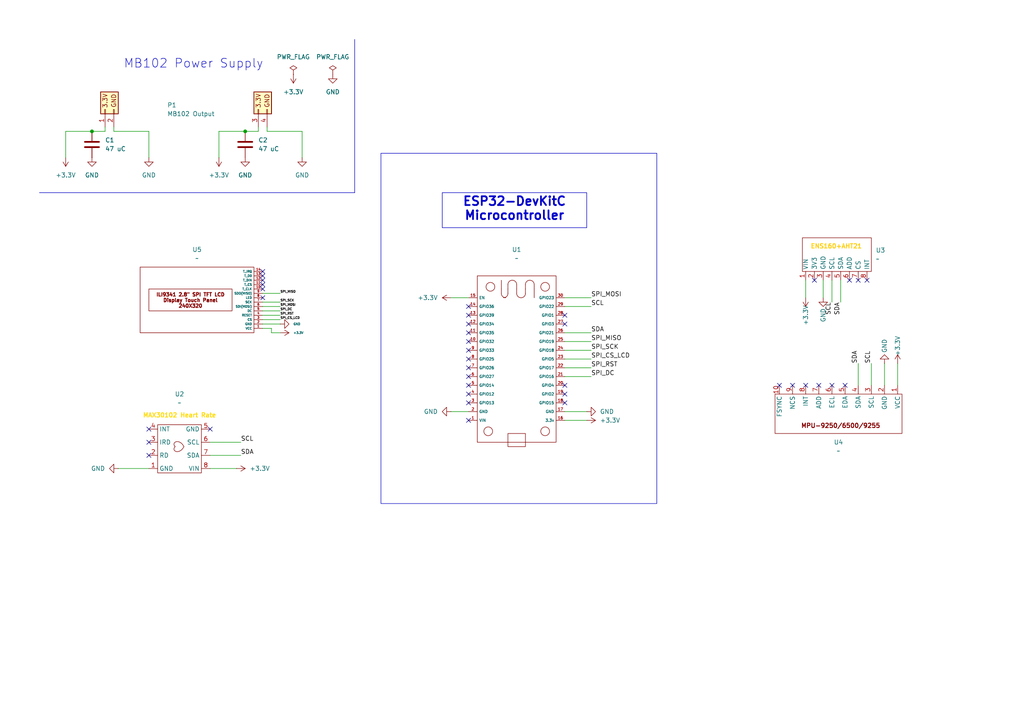
<source format=kicad_sch>
(kicad_sch (version 20250114) (generator "eeschema") (generator_version "9.0")
  (paper "A4")
  (lib_symbols
    (symbol "Connector_Generic:Conn_01x02" (pin_names (offset 1.016) (hide yes))
      (property "Reference" "P1" (at 1.27 15.494 90))
      (property "Value" "MB102 Output" (at -1.27 15.494 90))
      (symbol "Conn_01x02_1_1"
        (rectangle (start -1.27 45.72) (end 5.08 40.64) (stroke (width 0.254)) (fill (type background)))
        (rectangle (start -1.27 44.577) (end 0 44.323) (stroke (width 0.1524)))
        (rectangle (start -1.27 42.037) (end 0 41.783) (stroke (width 0.1524)))
        (rectangle (start -1.27 1.27) (end 5.08 -3.81) (stroke (width 0.254)) (fill (type background)))
        (rectangle (start -1.27 0.127) (end 0 -0.127) (stroke (width 0.1524)))
        (rectangle (start -1.27 -2.413) (end 0 -2.667) (stroke (width 0.1524)))
        (text "GND\n" (at 2.54 44.45 0) (effects (font (size 1.27 1.27))))
        (text "3.3V" (at 2.54 41.91 0) (effects (font (size 1.27 1.27))))
        (text "GND\n" (at 2.54 0 0) (effects (font (size 1.27 1.27))))
        (text "3.3V" (at 2.54 -2.54 0) (effects (font (size 1.27 1.27))))
        (pin power_in line (at -5.08 44.45 0) (length 3.81) (name "GND") (number "4"))
        (pin power_in line (at -5.08 41.91 0) (length 3.81) (name "3.3V") (number "3"))
        (pin power_in line (at -5.08 0 0) (length 3.81) (name "GND") (number "2"))
        (pin power_in line (at -5.08 -2.54 0) (length 3.81) (name "3.3V") (number "1"))
      )
    )
    (symbol "Device:C" (pin_numbers (hide yes)) (pin_names (offset 0.254))
      (property "Reference" "C" (at 0.635 2.54 0))
      (property "Value" "C" (at 0.635 -2.54 0))
      (symbol "C_0_1"
        (polyline (pts (xy -2.032 0.762) (xy 2.032 0.762)) (stroke (width 0.508)))
        (polyline (pts (xy -2.032 -0.762) (xy 2.032 -0.762)) (stroke (width 0.508)))
      )
      (symbol "C_1_1"
        (pin passive line (at 0 3.81 270) (length 2.794) (name "~") (number "1"))
        (pin passive line (at 0 -3.81 90) (length 2.794) (name "~") (number "2"))
      )
    )
    (symbol "THG_WristWatch_Symbols:ENS160+AHT21/Environmental_Sensor"
      (property "Reference" "U" (at 0 7.112 0))
      (symbol "ENS160+AHT21/Environmental_Sensor_0_1"
        (rectangle (start -9.8425 4.6831) (end 10.1599 -5.08))
      )
      (symbol "ENS160+AHT21/Environmental_Sensor_1_1"
        (text "ENS160+AHT21" (at 0 2.286 0) (effects (font (size 1.27 1.27) (thickness 0.254) (bold yes))))
        (pin power_in line (at -8.89 -7.62 90) (length 2.54) (name "VIN") (number "1"))
        (pin power_out line (at -6.35 -7.62 90) (length 2.54) (name "3V3") (number "2"))
        (pin power_in line (at -3.81 -7.62 90) (length 2.54) (name "GND") (number "3"))
        (pin input line (at -1.27 -7.62 90) (length 2.54) (name "SCL") (number "4"))
        (pin bidirectional line (at 1.27 -7.62 90) (length 2.54) (name "SDA") (number "5"))
        (pin input line (at 3.81 -7.62 90) (length 2.54) (name "ADD") (number "6"))
        (pin input line (at 6.35 -7.62 90) (length 2.54) (name "CS") (number "7"))
        (pin output line (at 8.89 -7.62 90) (length 2.54) (name "INT") (number "8"))
      )
    )
    (symbol "THG_WristWatch_Symbols:ILI9341_2.8{dblquote}_SPI_TFT_LCD_Display_Touch_Panel_240X320"
      (property "Reference" "U" (at 0 12.446 0))
      (symbol "ILI9341_2.8{dblquote}_SPI_TFT_LCD_Display_Touch_Panel_240X320_0_1"
        (rectangle (start -16.51 10.16) (end 16.51 -8.89))
      )
      (symbol "ILI9341_2.8{dblquote}_SPI_TFT_LCD_Display_Touch_Panel_240X320_1_1"
        (text_box "ILI9341 2.8\" SPI TFT LCD Display Touch Panel 240X320" (at -13.97 3.81 0) (size 24.13 -6.35) (margins 1.016 1.016 1.016 1.016) (effects (font (size 1.016 1.016) (thickness 0.254) (bold yes)) (justify top)))
        (pin output line (at 19.05 8.89 180) (length 2.54) (name "T_IRQ") (number "14"))
        (pin output line (at 19.05 7.62 180) (length 2.54) (name "T_D0") (number "13"))
        (pin output line (at 19.05 6.35 180) (length 2.54) (name "T_DIN") (number "12"))
        (pin input line (at 19.05 5.08 180) (length 2.54) (name "T_CS") (number "11"))
        (pin input line (at 19.05 3.81 180) (length 2.54) (name "T_CLK") (number "10"))
        (pin output line (at 19.05 2.54 180) (length 2.54) (name "SDO(MISO)") (number "9"))
        (pin input line (at 19.05 1.27 180) (length 2.54) (name "LED") (number "8"))
        (pin input line (at 19.05 0 180) (length 2.54) (name "SCK") (number "7"))
        (pin input line (at 19.05 -1.27 180) (length 2.54) (name "SDI(MOSI)") (number "6"))
        (pin output line (at 19.05 -2.54 180) (length 2.54) (name "DC") (number "5"))
        (pin input line (at 19.05 -3.81 180) (length 2.54) (name "RESET") (number "4"))
        (pin input line (at 19.05 -5.08 180) (length 2.54) (name "CS") (number "3"))
        (pin power_in line (at 19.05 -6.35 180) (length 2.54) (name "GND") (number "2"))
        (pin power_in line (at 19.05 -7.62 180) (length 2.54) (name "VCC") (number "1"))
      )
    )
    (symbol "THG_WristWatch_Symbols:MAX30102_Heart_Rate/Pulse_Sensor"
      (property "Reference" "U" (at 0 12.446 0))
      (symbol "MAX30102_Heart_Rate/Pulse_Sensor_0_1"
        (rectangle (start -6.35 6.35) (end 6.35 -7.62))
        (bezier (pts (xy 1.27 0) (xy 0 2.54) (xy -2.54 1.27) (xy -1.27 0)))
        (bezier (pts (xy 1.27 0) (xy 0 -2.54) (xy -2.54 -1.27) (xy -1.27 0)))
      )
      (symbol "MAX30102_Heart_Rate/Pulse_Sensor_1_1"
        (text "MAX30102 Heart Rate" (at 0 9.144 0) (effects (font (size 1.27 1.27) (thickness 0.254) (bold yes))))
        (pin output line (at -8.89 5.08 0) (length 2.54) (name "INT") (number "4"))
        (pin input line (at -8.89 1.27 0) (length 2.54) (name "IRD") (number "3"))
        (pin input line (at -8.89 -2.54 0) (length 2.54) (name "RD") (number "2"))
        (pin power_in line (at -8.89 -6.35 0) (length 2.54) (name "GND") (number "1"))
        (pin power_in line (at 8.89 5.08 180) (length 2.54) (name "GND") (number "5"))
        (pin input line (at 8.89 1.27 180) (length 2.54) (name "SCL") (number "6"))
        (pin bidirectional line (at 8.89 -2.54 180) (length 2.54) (name "SDA") (number "7"))
        (pin power_in line (at 8.89 -6.35 180) (length 2.54) (name "VIN") (number "8"))
      )
    )
    (symbol "THG_WristWatch_Symbols:MPU6500/IMU"
      (property "Reference" "U" (at 0 17.526 0))
      (symbol "MPU6500/IMU_0_1"
        (rectangle (start -19.05 6.35) (end 17.78 -5.08))
      )
      (symbol "MPU6500/IMU_1_1"
        (text "MPU-9250/6500/9255" (at 0 -2.794 0) (effects (font (size 1.27 1.27) (thickness 0.254) (bold yes))))
        (pin input line (at -17.78 8.89 270) (length 2.54) (name "FSYNC") (number "10"))
        (pin input line (at -13.97 8.89 270) (length 2.54) (name "NCS") (number "9"))
        (pin input line (at -10.16 8.89 270) (length 2.54) (name "INT") (number "8"))
        (pin input line (at -6.35 8.89 270) (length 2.54) (name "ADD") (number "7"))
        (pin input line (at -2.54 8.89 270) (length 2.54) (name "ECL") (number "6"))
        (pin input line (at 1.27 8.89 270) (length 2.54) (name "EDA") (number "5"))
        (pin output line (at 5.08 8.89 270) (length 2.54) (name "SDA") (number "4"))
        (pin bidirectional line (at 8.89 8.89 270) (length 2.54) (name "SCL") (number "3"))
        (pin power_in line (at 12.7 8.89 270) (length 2.54) (name "GND") (number "2"))
        (pin power_in line (at 16.51 8.89 270) (length 2.54) (name "VCC") (number "1"))
      )
    )
    (symbol "esp32_30pin_revised:ESP32_30Pin"
      (property "Reference" "U1" (at -31.75 0 90))
      (property "Value" "~" (at -29.21 0 90))
      (symbol "ESP32_30Pin_0_1"
        (rectangle (start -24.13 11.43) (end 24.13 -11.43))
        (polyline (pts (xy -21.59 5.08) (xy -20.32 5.08)))
        (polyline (pts (xy -21.59 2.54) (xy -20.32 2.54)))
        (polyline (pts (xy -21.59 0) (xy -20.32 0)))
        (polyline (pts (xy -21.59 -2.54) (xy -20.32 -2.54)))
        (arc (start -21.5975 2.5325) (mid -22.4933 2.9067) (end -22.8675 3.8025))
        (arc (start -21.5975 -2.5475) (mid -22.4933 -2.1733) (end -22.8675 -1.2775))
        (arc (start -22.86 3.81) (mid -22.4873 4.7073) (end -21.59 5.08))
        (arc (start -22.86 -1.27) (mid -22.4873 -0.3727) (end -21.59 0))
        (circle (center -20.955 8.255) (radius 1.27))
        (circle (center -20.955 -7.62) (radius 1.27))
        (polyline (pts (xy -20.32 5.08) (xy -17.78 5.08)))
        (polyline (pts (xy -20.32 -4.445) (xy -22.86 -4.445)))
        (arc (start -17.7775 1.2675) (mid -18.1502 0.3702) (end -19.0475 -0.0025))
        (arc (start -17.7775 -3.1775) (mid -18.1502 -4.0748) (end -19.0475 -4.4475))
        (arc (start -19.04 2.545) (mid -18.1442 2.1708) (end -17.77 1.275))
        (arc (start -19.04 -2.535) (mid -18.1442 -2.9092) (end -17.77 -3.805))
        (polyline (pts (xy -19.0475 2.5375) (xy -20.3175 2.5375)))
        (polyline (pts (xy -19.0475 -0.0025) (xy -20.3175 -0.0025)))
        (polyline (pts (xy -19.0475 -2.5425) (xy -20.3175 -2.5425)))
        (polyline (pts (xy -19.0475 -4.4475) (xy -20.3175 -4.4475)))
        (circle (center 20.955 8.255) (radius 1.27))
        (circle (center 20.955 -8.255) (radius 1.27))
        (rectangle (start 21.59 2.54) (end 25.4 -2.54))
      )
      (symbol "ESP32_30Pin_1_1"
        (pin bidirectional line (at -17.78 13.97 270) (length 2.54) (name "GPIO23") (number "30"))
        (pin input line (at -17.78 -13.97 90) (length 2.54) (name "EN") (number "15"))
        (pin bidirectional line (at -15.24 13.97 270) (length 2.54) (name "GPIO22") (number "29"))
        (pin bidirectional line (at -15.24 -13.97 90) (length 2.54) (name "GPIO36") (number "14"))
        (pin bidirectional line (at -12.7 13.97 270) (length 2.54) (name "GPIO1") (number "28"))
        (pin bidirectional line (at -12.7 -13.97 90) (length 2.54) (name "GPIO39") (number "13"))
        (pin bidirectional line (at -10.16 13.97 270) (length 2.54) (name "GPIO3") (number "27"))
        (pin bidirectional line (at -10.16 -13.97 90) (length 2.54) (name "GPIO34") (number "12"))
        (pin bidirectional line (at -7.62 13.97 270) (length 2.54) (name "GPIO21") (number "26"))
        (pin bidirectional line (at -7.62 -13.97 90) (length 2.54) (name "GPIO35") (number "11"))
        (pin bidirectional line (at -5.08 13.97 270) (length 2.54) (name "GPIO19") (number "25"))
        (pin bidirectional line (at -5.08 -13.97 90) (length 2.54) (name "GPIO32") (number "10"))
        (pin bidirectional line (at -2.54 13.97 270) (length 2.54) (name "GPIO18") (number "24"))
        (pin bidirectional line (at -2.54 -13.97 90) (length 2.54) (name "GPIO33") (number "9"))
        (pin bidirectional line (at 0 13.97 270) (length 2.54) (name "GPIO5") (number "23"))
        (pin bidirectional line (at 0 -13.97 90) (length 2.54) (name "GPIO25") (number "8"))
        (pin bidirectional line (at 2.54 13.97 270) (length 2.54) (name "GPIO17") (number "22"))
        (pin bidirectional line (at 2.54 -13.97 90) (length 2.54) (name "GPIO26") (number "7"))
        (pin bidirectional line (at 5.08 13.97 270) (length 2.54) (name "GPIO16") (number "21"))
        (pin bidirectional line (at 5.08 -13.97 90) (length 2.54) (name "GPIO27") (number "6"))
        (pin bidirectional line (at 7.62 13.97 270) (length 2.54) (name "GPIO4") (number "20"))
        (pin bidirectional line (at 7.62 -13.97 90) (length 2.54) (name "GPIO14") (number "5"))
        (pin bidirectional line (at 10.16 13.97 270) (length 2.54) (name "GPIO2") (number "19"))
        (pin bidirectional line (at 10.16 -13.97 90) (length 2.54) (name "GPIO12") (number "4"))
        (pin bidirectional line (at 12.7 13.97 270) (length 2.54) (name "GPIO15") (number "18"))
        (pin bidirectional line (at 12.7 -13.97 90) (length 2.54) (name "GPIO13") (number "3"))
        (pin power_in line (at 15.24 13.97 270) (length 2.54) (name "GND") (number "17"))
        (pin power_in line (at 15.24 -13.97 90) (length 2.54) (name "GND") (number "2"))
        (pin power_in line (at 17.78 13.97 270) (length 2.54) (name "3.3v") (number "16"))
        (pin power_in line (at 17.78 -13.97 90) (length 2.54) (name "VIN") (number "1"))
      )
    )
    (symbol "power:+3.3V" (power) (pin_numbers (hide yes)) (pin_names (offset 0) (hide yes))
      (property "Value" "+3.3V" (at 0 3.556 0))
      (symbol "+3.3V_0_1"
        (polyline (pts (xy -0.762 1.27) (xy 0 2.54)))
        (polyline (pts (xy 0 2.54) (xy 0.762 1.27)))
        (polyline (pts (xy 0 0) (xy 0 2.54)))
      )
      (symbol "+3.3V_1_1"
        (pin power_in line (at 0 0 90) (length 0) (name "~") (number "1"))
      )
    )
    (symbol "power:GND" (power) (pin_numbers (hide yes)) (pin_names (offset 0) (hide yes))
      (property "Value" "GND" (at 0 -3.81 0))
      (symbol "GND_0_1"
        (polyline (pts (xy 0 0) (xy 0 -1.27) (xy 1.27 -1.27) (xy 0 -2.54) (xy -1.27 -1.27) (xy 0 -1.27)))
      )
      (symbol "GND_1_1"
        (pin power_in line (at 0 0 270) (length 0) (name "~") (number "1"))
      )
    )
    (symbol "power:PWR_FLAG" (power) (pin_numbers (hide yes)) (pin_names (offset 0) (hide yes))
      (property "Value" "PWR_FLAG" (at 0 3.81 0))
      (symbol "PWR_FLAG_0_0"
        (pin power_out line (at 0 0 90) (length 0) (name "~") (number "1"))
      )
      (symbol "PWR_FLAG_0_1"
        (polyline (pts (xy 0 0) (xy 0 1.27) (xy -1.016 1.905) (xy 0 2.54) (xy 1.016 1.905) (xy 0 1.27)))
      )
    )
  )
  (rectangle (start 110.49 44.45) (end 190.5 146.05))
  (text "MB102 Power Supply" (at 56.134 18.542 0) (effects (font (size 2.54 2.54))))
  (text_box "ESP32-DevKitC\nMicrocontroller" (at 128.27 55.88 0) (size 41.91 10.16) (margins 0.9525 0.9525 0.9525 0.9525) (effects (font (size 2.54 2.54) (thickness 0.508) (bold yes)) (justify top)))
  (junction (at 71.12 38.1))
  (junction (at 26.67 38.1))
  (no_connect (at 135.89 109.22))
  (no_connect (at 135.89 106.68))
  (no_connect (at 163.83 91.44))
  (no_connect (at 233.68 111.76))
  (no_connect (at 135.89 88.9))
  (no_connect (at 135.89 99.06))
  (no_connect (at 236.22 81.28))
  (no_connect (at 135.89 91.44))
  (no_connect (at 163.83 114.3))
  (no_connect (at 241.3 111.76))
  (no_connect (at 135.89 111.76))
  (no_connect (at 229.87 111.76))
  (no_connect (at 135.89 116.84))
  (no_connect (at 135.89 121.92))
  (no_connect (at 43.18 128.27))
  (no_connect (at 163.83 93.98))
  (no_connect (at 76.2 80.01))
  (no_connect (at 135.89 93.98))
  (no_connect (at 135.89 114.3))
  (no_connect (at 163.83 116.84))
  (no_connect (at 76.2 82.55))
  (no_connect (at 76.2 81.28))
  (no_connect (at 135.89 101.6))
  (no_connect (at 245.11 111.76))
  (no_connect (at 60.96 124.46))
  (no_connect (at 251.46 81.28))
  (no_connect (at 226.06 111.76))
  (no_connect (at 76.2 86.36))
  (no_connect (at 135.89 96.52))
  (no_connect (at 43.18 132.08))
  (no_connect (at 43.18 124.46))
  (no_connect (at 248.92 81.28))
  (no_connect (at 135.89 104.14))
  (no_connect (at 76.2 83.82))
  (no_connect (at 76.2 78.74))
  (no_connect (at 246.38 81.28))
  (no_connect (at 163.83 111.76))
  (no_connect (at 237.49 111.76))
  (wire (pts (xy 241.3 81.28) (xy 241.3 87.63)))
  (wire (pts (xy 163.83 99.06) (xy 171.45 99.06)))
  (wire (pts (xy 26.67 38.1) (xy 30.48 38.1)))
  (wire (pts (xy 30.48 38.1) (xy 30.48 36.83)))
  (wire (pts (xy 76.2 87.63) (xy 81.28 87.63)))
  (wire (pts (xy 76.2 88.9) (xy 81.28 88.9)))
  (wire (pts (xy 163.83 109.22) (xy 171.45 109.22)))
  (wire (pts (xy 74.93 38.1) (xy 74.93 36.83)))
  (wire (pts (xy 163.83 88.9) (xy 171.45 88.9)))
  (wire (pts (xy 71.12 38.1) (xy 74.93 38.1)))
  (wire (pts (xy 76.2 91.44) (xy 81.28 91.44)))
  (wire (pts (xy 33.02 38.1) (xy 43.18 38.1)))
  (wire (pts (xy 76.2 93.98) (xy 81.28 93.98)))
  (wire (pts (xy 77.47 36.83) (xy 77.47 38.1)))
  (wire (pts (xy 76.2 85.09) (xy 81.28 85.09)))
  (wire (pts (xy 260.35 105.41) (xy 260.35 111.76)))
  (wire (pts (xy 243.84 81.28) (xy 243.84 87.63)))
  (wire (pts (xy 78.74 96.52) (xy 81.28 96.52)))
  (polyline (pts (xy 11.43 55.88) (xy 102.87 55.88)))
  (wire (pts (xy 163.83 101.6) (xy 171.45 101.6)))
  (wire (pts (xy 256.54 105.41) (xy 256.54 111.76)))
  (wire (pts (xy 76.2 90.17) (xy 81.28 90.17)))
  (wire (pts (xy 130.81 86.36) (xy 135.89 86.36)))
  (wire (pts (xy 163.83 86.36) (xy 171.45 86.36)))
  (wire (pts (xy 248.92 105.41) (xy 248.92 111.76)))
  (wire (pts (xy 163.83 121.92) (xy 170.18 121.92)))
  (wire (pts (xy 76.2 92.71) (xy 81.28 92.71)))
  (wire (pts (xy 43.18 38.1) (xy 43.18 45.72)))
  (wire (pts (xy 233.68 81.28) (xy 233.68 86.36)))
  (wire (pts (xy 238.76 81.28) (xy 238.76 86.36)))
  (wire (pts (xy 60.96 128.27) (xy 69.85 128.27)))
  (wire (pts (xy 87.63 38.1) (xy 87.63 45.72)))
  (wire (pts (xy 60.96 135.89) (xy 68.58 135.89)))
  (wire (pts (xy 78.74 96.52) (xy 78.74 95.25)))
  (wire (pts (xy 130.81 119.38) (xy 135.89 119.38)))
  (wire (pts (xy 78.74 95.25) (xy 76.2 95.25)))
  (polyline (pts (xy 102.87 11.43) (xy 102.87 55.88)))
  (wire (pts (xy 63.5 45.72) (xy 63.5 38.1)))
  (wire (pts (xy 60.96 132.08) (xy 69.85 132.08)))
  (wire (pts (xy 252.73 105.41) (xy 252.73 111.76)))
  (wire (pts (xy 163.83 104.14) (xy 171.45 104.14)))
  (wire (pts (xy 34.29 135.89) (xy 43.18 135.89)))
  (wire (pts (xy 63.5 38.1) (xy 71.12 38.1)))
  (wire (pts (xy 33.02 36.83) (xy 33.02 38.1)))
  (wire (pts (xy 163.83 106.68) (xy 171.45 106.68)))
  (wire (pts (xy 163.83 96.52) (xy 171.45 96.52)))
  (wire (pts (xy 163.83 119.38) (xy 170.18 119.38)))
  (wire (pts (xy 19.05 38.1) (xy 26.67 38.1)))
  (wire (pts (xy 77.47 38.1) (xy 87.63 38.1)))
  (wire (pts (xy 19.05 45.72) (xy 19.05 38.1)))
  (label "SPI_MISO" (at 81.28 85.09 0) (effects (font (size 0.635 0.635))))
  (label "SPI_RST" (at 171.45 106.68 0))
  (label "SCL" (at 171.45 88.9 0))
  (label "SPI_SCK" (at 81.28 87.63 0) (effects (font (size 0.635 0.635))))
  (label "SCL" (at 241.3 87.63 270))
  (label "SDA" (at 69.85 132.08 0))
  (label "SCL" (at 252.73 105.41 90))
  (label "SPI_SCK" (at 171.45 101.6 0))
  (label "SDA" (at 243.84 87.63 270))
  (label "SPI_RST" (at 81.28 91.44 0) (effects (font (size 0.635 0.635))))
  (label "SPI_MOSI" (at 171.45 86.36 0))
  (label "SPI_CS_LCD" (at 81.28 92.71 0) (effects (font (size 0.635 0.635))))
  (label "SCL" (at 69.85 128.27 0))
  (label "SDA" (at 248.92 105.41 90))
  (label "SPI_CS_LCD" (at 171.45 104.14 0))
  (label "SDA" (at 171.45 96.52 0))
  (label "SPI_MISO" (at 171.45 99.06 0))
  (label "SPI_MOSI" (at 81.28 88.9 0) (effects (font (size 0.635 0.635))))
  (label "SPI_DC" (at 81.28 90.17 0) (effects (font (size 0.635 0.635))))
  (label "SPI_DC" (at 171.45 109.22 0))
  (symbol (lib_id "power:GND") (at 96.52 21.59 0) (unit 1)
    (property "Reference" "#PWR020" (effects (hide yes)))
    (property "Value" "GND" (at 96.52 26.67 0))
    (property "Description" "Power symbol creates a global label with name \"GND\" , ground" (effects (hide yes)))
  )
  (symbol (lib_id "power:PWR_FLAG") (at 96.52 21.59 0) (unit 1)
    (property "Reference" "#FLG02" (effects (hide yes)))
    (property "Value" "PWR_FLAG" (at 96.52 16.51 0))
    (property "Description" "Special symbol for telling ERC where power comes from" (effects (hide yes)))
  )
  (symbol (lib_id "power:+3.3V") (at 68.58 135.89 270) (unit 1)
    (property "Reference" "#PWR08" (effects (hide yes)))
    (property "Value" "+3.3V" (at 72.39 135.8899 90) (effects (justify left)))
    (property "Description" "Power symbol creates a global label with name \"+3.3V\"" (effects (hide yes)))
  )
  (symbol (lib_id "esp32_30pin_revised:ESP32_30Pin") (at 149.86 104.14 270) (unit 1)
    (property "Reference" "U1" (at 149.86 72.39 90))
    (property "Value" "~" (at 149.86 74.93 90))
    (property "Footprint" "THG_Wristwatch:ESP32_30pin" (effects (hide yes)))
  )
  (symbol (lib_id "power:+3.3V") (at 85.09 21.59 180) (unit 1)
    (property "Reference" "#PWR019" (effects (hide yes)))
    (property "Value" "+3.3V" (at 85.09 26.67 0))
    (property "Description" "Power symbol creates a global label with name \"+3.3V\"" (effects (hide yes)))
  )
  (symbol (lib_id "power:+3.3V") (at 233.68 86.36 180) (unit 1)
    (property "Reference" "#PWR012" (effects (hide yes)))
    (property "Value" "+3.3V" (at 233.68 91.44 90))
    (property "Description" "Power symbol creates a global label with name \"+3.3V\"" (effects (hide yes)))
  )
  (symbol (lib_id "power:GND") (at 26.67 45.72 0) (unit 1)
    (property "Reference" "#PWR07" (effects (hide yes)))
    (property "Value" "GND" (at 26.67 50.8 0))
    (property "Description" "Power symbol creates a global label with name \"GND\" , ground" (effects (hide yes)))
  )
  (symbol (lib_id "power:+3.3V") (at 19.05 45.72 180) (unit 1)
    (property "Reference" "#PWR01" (effects (hide yes)))
    (property "Value" "+3.3V" (at 19.05 50.8 0))
    (property "Description" "Power symbol creates a global label with name \"+3.3V\"" (effects (hide yes)))
  )
  (symbol (lib_id "power:GND") (at 238.76 86.36 0) (unit 1)
    (property "Reference" "#PWR013" (effects (hide yes)))
    (property "Value" "GND" (at 238.76 91.44 90))
    (property "Description" "Power symbol creates a global label with name \"GND\" , ground" (effects (hide yes)))
  )
  (symbol (lib_id "THG_WristWatch_Symbols:MPU6500/IMU") (at 243.84 120.65 0) (unit 1)
    (property "Reference" "U4" (at 243.205 128.27 0))
    (property "Value" "~" (at 243.205 130.81 0))
    (property "Footprint" "THG_Wristwatch:MPU6500_IMU" (effects (hide yes)))
  )
  (symbol (lib_id "power:+3.3V") (at 170.18 121.92 270) (unit 1)
    (property "Reference" "#PWR03" (effects (hide yes)))
    (property "Value" "+3.3V" (at 173.99 121.9199 90) (effects (justify left)))
    (property "Description" "Power symbol creates a global label with name \"+3.3V\"" (effects (hide yes)))
  )
  (symbol (lib_id "power:GND") (at 34.29 135.89 270) (unit 1)
    (property "Reference" "#PWR09" (effects (hide yes)))
    (property "Value" "GND" (at 30.48 135.8899 90) (effects (justify right)))
    (property "Description" "Power symbol creates a global label with name \"GND\" , ground" (effects (hide yes)))
  )
  (symbol (lib_id "Device:C") (at 71.12 41.91 0) (unit 1)
    (property "Reference" "C2" (at 74.93 40.6399 0) (effects (justify left)))
    (property "Value" "47 uC" (at 74.93 43.1799 0) (effects (justify left)))
    (property "Footprint" "Capacitor_THT:CP_Radial_D6.3mm_P2.50mm" (effects (hide yes)))
    (property "Description" "Unpolarized capacitor" (effects (hide yes)))
  )
  (symbol (lib_id "power:GND") (at 170.18 119.38 90) (unit 1)
    (property "Reference" "#PWR04" (effects (hide yes)))
    (property "Value" "GND" (at 173.99 119.3799 90) (effects (justify right)))
    (property "Description" "Power symbol creates a global label with name \"GND\" , ground" (effects (hide yes)))
  )
  (symbol (lib_id "power:GND") (at 87.63 45.72 0) (unit 1)
    (property "Reference" "#PWR018" (effects (hide yes)))
    (property "Value" "GND" (at 87.63 50.8 0))
    (property "Description" "Power symbol creates a global label with name \"GND\" , ground" (effects (hide yes)))
  )
  (symbol (lib_id "THG_WristWatch_Symbols:ILI9341_2.8{dblquote}_SPI_TFT_LCD_Display_Touch_Panel_240X320") (at 57.15 87.63 0) (unit 1)
    (property "Reference" "U5" (at 57.15 72.39 0))
    (property "Value" "~" (at 57.15 74.93 0))
    (property "Footprint" "THG_Wristwatch:ILI9341_2.8__SPI_TFT_LCD" (effects (hide yes)))
  )
  (symbol (lib_id "THG_WristWatch_Symbols:MAX30102_Heart_Rate/Pulse_Sensor") (at 52.07 129.54 0) (unit 1)
    (property "Reference" "U2" (at 52.07 114.3 0))
    (property "Value" "~" (at 52.07 116.84 0))
    (property "Footprint" "THG_Wristwatch:MAX30102 Heart Rate_Pulse Sensor" (effects (hide yes)))
  )
  (symbol (lib_id "Connector_Generic:Conn_01x02") (at 33.02 31.75 270) (mirror x) (unit 1)
    (property "Reference" "P1" (at 48.514 30.48 90) (effects (justify left)))
    (property "Value" "MB102 Output" (at 48.514 33.02 90) (effects (justify left)))
    (property "Footprint" "THG_Wristwatch:MB102_Breadboard_Power_Module" (effects (hide yes)))
    (property "Description" "Generic connector, single row, 01x02, script generated (kicad-library-utils/schlib/autogen/connector/)" (effects (hide yes)))
  )
  (symbol (lib_id "power:+3.3V") (at 63.5 45.72 180) (unit 1)
    (property "Reference" "#PWR016" (effects (hide yes)))
    (property "Value" "+3.3V" (at 63.5 50.8 0))
    (property "Description" "Power symbol creates a global label with name \"+3.3V\"" (effects (hide yes)))
  )
  (symbol (lib_id "power:PWR_FLAG") (at 85.09 21.59 0) (unit 1)
    (property "Reference" "#FLG01" (effects (hide yes)))
    (property "Value" "PWR_FLAG" (at 85.09 16.51 0))
    (property "Description" "Special symbol for telling ERC where power comes from" (effects (hide yes)))
  )
  (symbol (lib_id "power:GND") (at 130.81 119.38 270) (unit 1)
    (property "Reference" "#PWR05" (effects (hide yes)))
    (property "Value" "GND" (at 127 119.3799 90) (effects (justify right)))
    (property "Description" "Power symbol creates a global label with name \"GND\" , ground" (effects (hide yes)))
  )
  (symbol (lib_id "Device:C") (at 26.67 41.91 0) (unit 1)
    (property "Reference" "C1" (at 30.48 40.6399 0) (effects (justify left)))
    (property "Value" "47 uC" (at 30.48 43.1799 0) (effects (justify left)))
    (property "Footprint" "Capacitor_THT:CP_Radial_D6.3mm_P2.50mm" (effects (hide yes)))
    (property "Description" "Unpolarized capacitor" (effects (hide yes)))
  )
  (symbol (lib_id "THG_WristWatch_Symbols:ENS160+AHT21/Environmental_Sensor") (at 242.57 73.66 0) (unit 1)
    (property "Reference" "U3" (at 254 72.5883 0) (effects (justify left)))
    (property "Value" "~" (at 254 75.1283 0) (effects (justify left)))
    (property "Footprint" "THG_Wristwatch:ENS160+AHT21_Environmental_Sensor" (effects (hide yes)))
  )
  (symbol (lib_id "power:GND") (at 43.18 45.72 0) (unit 1)
    (property "Reference" "#PWR02" (effects (hide yes)))
    (property "Value" "GND" (at 43.18 50.8 0))
    (property "Description" "Power symbol creates a global label with name \"GND\" , ground" (effects (hide yes)))
  )
  (symbol (lib_id "power:+3.3V") (at 130.81 86.36 90) (unit 1)
    (property "Reference" "#PWR06" (effects (hide yes)))
    (property "Value" "+3.3V" (at 127 86.3599 90) (effects (justify left)))
    (property "Description" "Power symbol creates a global label with name \"+3.3V\"" (effects (hide yes)))
  )
  (symbol (lib_id "power:GND") (at 256.54 105.41 180) (unit 1)
    (property "Reference" "#PWR011" (effects (hide yes)))
    (property "Value" "GND" (at 256.54 100.33 90))
    (property "Description" "Power symbol creates a global label with name \"GND\" , ground" (effects (hide yes)))
  )
  (symbol (lib_id "power:GND") (at 71.12 45.72 0) (unit 1)
    (property "Reference" "#PWR017" (effects (hide yes)))
    (property "Value" "GND" (at 71.12 50.8 0))
    (property "Description" "Power symbol creates a global label with name \"GND\" , ground" (effects (hide yes)))
  )
  (symbol (lib_id "power:+3.3V") (at 260.35 105.41 0) (unit 1)
    (property "Reference" "#PWR010" (effects (hide yes)))
    (property "Value" "+3.3V" (at 260.35 100.33 90))
    (property "Description" "Power symbol creates a global label with name \"+3.3V\"" (effects (hide yes)))
  )
  (symbol (lib_id "power:GND") (at 81.28 93.98 90) (unit 1)
    (property "Reference" "#PWR015" (effects (hide yes)))
    (property "Value" "GND" (at 85.09 93.98 90) (effects (font (size 0.635 0.635)) (justify right)))
    (property "Description" "Power symbol creates a global label with name \"GND\" , ground" (effects (hide yes)))
  )
  (symbol (lib_id "power:+3.3V") (at 81.28 96.52 270) (unit 1)
    (property "Reference" "#PWR014" (effects (hide yes)))
    (property "Value" "+3.3V" (at 85.09 96.52 90) (effects (font (size 0.635 0.635)) (justify left)))
    (property "Description" "Power symbol creates a global label with name \"+3.3V\"" (effects (hide yes)))
  )
)
</source>
